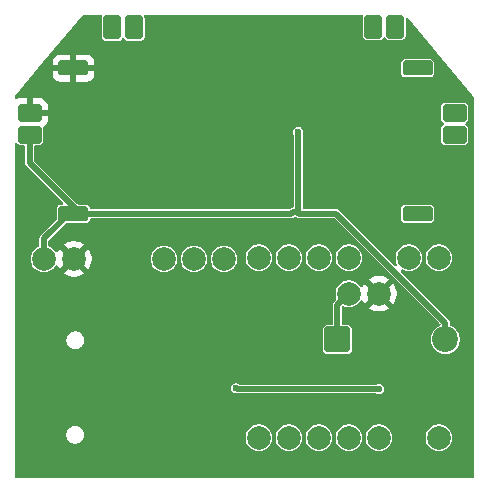
<source format=gtl>
G04 #@! TF.GenerationSoftware,KiCad,Pcbnew,9.0.5*
G04 #@! TF.CreationDate,2025-12-02T21:41:35+01:00*
G04 #@! TF.ProjectId,ToyBoard,546f7942-6f61-4726-942e-6b696361645f,rev?*
G04 #@! TF.SameCoordinates,Original*
G04 #@! TF.FileFunction,Copper,L1,Top*
G04 #@! TF.FilePolarity,Positive*
%FSLAX46Y46*%
G04 Gerber Fmt 4.6, Leading zero omitted, Abs format (unit mm)*
G04 Created by KiCad (PCBNEW 9.0.5) date 2025-12-02 21:41:35*
%MOMM*%
%LPD*%
G01*
G04 APERTURE LIST*
G04 Aperture macros list*
%AMRoundRect*
0 Rectangle with rounded corners*
0 $1 Rounding radius*
0 $2 $3 $4 $5 $6 $7 $8 $9 X,Y pos of 4 corners*
0 Add a 4 corners polygon primitive as box body*
4,1,4,$2,$3,$4,$5,$6,$7,$8,$9,$2,$3,0*
0 Add four circle primitives for the rounded corners*
1,1,$1+$1,$2,$3*
1,1,$1+$1,$4,$5*
1,1,$1+$1,$6,$7*
1,1,$1+$1,$8,$9*
0 Add four rect primitives between the rounded corners*
20,1,$1+$1,$2,$3,$4,$5,0*
20,1,$1+$1,$4,$5,$6,$7,0*
20,1,$1+$1,$6,$7,$8,$9,0*
20,1,$1+$1,$8,$9,$2,$3,0*%
G04 Aperture macros list end*
G04 #@! TA.AperFunction,ComponentPad*
%ADD10C,2.000000*%
G04 #@! TD*
G04 #@! TA.AperFunction,ComponentPad*
%ADD11RoundRect,0.190500X-1.079500X-0.444500X1.079500X-0.444500X1.079500X0.444500X-1.079500X0.444500X0*%
G04 #@! TD*
G04 #@! TA.AperFunction,ComponentPad*
%ADD12RoundRect,0.250000X0.750000X-0.500000X0.750000X0.500000X-0.750000X0.500000X-0.750000X-0.500000X0*%
G04 #@! TD*
G04 #@! TA.AperFunction,ComponentPad*
%ADD13RoundRect,0.250000X-0.500000X-0.750000X0.500000X-0.750000X0.500000X0.750000X-0.500000X0.750000X0*%
G04 #@! TD*
G04 #@! TA.AperFunction,ComponentPad*
%ADD14RoundRect,0.250000X0.500000X0.750000X-0.500000X0.750000X-0.500000X-0.750000X0.500000X-0.750000X0*%
G04 #@! TD*
G04 #@! TA.AperFunction,ComponentPad*
%ADD15RoundRect,0.249999X-0.850001X-0.850001X0.850001X-0.850001X0.850001X0.850001X-0.850001X0.850001X0*%
G04 #@! TD*
G04 #@! TA.AperFunction,ComponentPad*
%ADD16C,2.200000*%
G04 #@! TD*
G04 #@! TA.AperFunction,ViaPad*
%ADD17C,0.600000*%
G04 #@! TD*
G04 #@! TA.AperFunction,Conductor*
%ADD18C,0.500000*%
G04 #@! TD*
G04 APERTURE END LIST*
D10*
X145900000Y-117728000D03*
X148440000Y-117728000D03*
X138280000Y-114680000D03*
X140820000Y-114680000D03*
X143360000Y-114680000D03*
X145900000Y-114680000D03*
X150980000Y-114680000D03*
X138280000Y-129920000D03*
X140820000Y-129920000D03*
X143360000Y-129920000D03*
X145900000Y-129920000D03*
X148440000Y-129920000D03*
X153520000Y-129920000D03*
X153520000Y-114680000D03*
D11*
X122582000Y-110950000D03*
X122582000Y-98631000D03*
X151715800Y-110950000D03*
X151715800Y-98631000D03*
D12*
X154858000Y-104275000D03*
X154858000Y-102425000D03*
D13*
X149825000Y-95115000D03*
X147975000Y-95115000D03*
D14*
X125875000Y-95185000D03*
X127725000Y-95185000D03*
D12*
X118900500Y-104275000D03*
X118900500Y-102425000D03*
D15*
X144928000Y-121600000D03*
D16*
X154072000Y-121600000D03*
D10*
X120080000Y-114780000D03*
X122620000Y-114780000D03*
X130240000Y-114780000D03*
X132780000Y-114780000D03*
X135320000Y-114780000D03*
D17*
X148460682Y-125810682D03*
X136325000Y-125730000D03*
X141600000Y-104025000D03*
D18*
X144928000Y-118700000D02*
X144928000Y-121600000D01*
X136395000Y-125800000D02*
X148450000Y-125800000D01*
X136325000Y-125730000D02*
X136395000Y-125800000D01*
X154072000Y-120172000D02*
X154072000Y-121600000D01*
X144839000Y-110939000D02*
X154072000Y-120172000D01*
X141018000Y-110950000D02*
X122582000Y-110950000D01*
X141150000Y-110818000D02*
X141018000Y-110950000D01*
X141600000Y-110818000D02*
X141150000Y-110818000D01*
X148440000Y-125831364D02*
X148460682Y-125810682D01*
X141600000Y-110818000D02*
X141721000Y-110939000D01*
X141600000Y-104025000D02*
X141600000Y-110818000D01*
X144928000Y-118700000D02*
X145900000Y-117728000D01*
X140820000Y-129620000D02*
X140820000Y-129920000D01*
X152431000Y-98631000D02*
X151715800Y-98631000D01*
X153425000Y-114775000D02*
X153520000Y-114680000D01*
X140820000Y-129295000D02*
X140820000Y-129920000D01*
X143360000Y-129185000D02*
X143360000Y-129920000D01*
X132780000Y-114830000D02*
X132780000Y-114780000D01*
X130630000Y-114780000D02*
X130240000Y-114780000D01*
X138180000Y-114780000D02*
X138280000Y-114680000D01*
X138210000Y-129850000D02*
X138280000Y-129920000D01*
X150980000Y-114680000D02*
X150880000Y-114680000D01*
X141721000Y-110939000D02*
X144839000Y-110939000D01*
X120080000Y-114780000D02*
X120080000Y-113052000D01*
X118872000Y-104303500D02*
X118900500Y-104275000D01*
X120080000Y-113052000D02*
X122682000Y-110450000D01*
X122682000Y-110450000D02*
X118872000Y-106640000D01*
X118872000Y-106640000D02*
X118872000Y-104303500D01*
G04 #@! TA.AperFunction,Conductor*
G36*
X124986726Y-94120185D02*
G01*
X125032481Y-94172989D01*
X125042425Y-94242147D01*
X125031087Y-94278960D01*
X125008191Y-94325793D01*
X125008190Y-94325796D01*
X124997500Y-94399172D01*
X124997500Y-95970825D01*
X125008191Y-96044204D01*
X125063525Y-96157392D01*
X125152607Y-96246474D01*
X125152608Y-96246474D01*
X125152610Y-96246476D01*
X125265796Y-96301809D01*
X125339173Y-96312500D01*
X126410826Y-96312499D01*
X126484204Y-96301809D01*
X126597390Y-96246476D01*
X126686476Y-96157390D01*
X126688599Y-96153046D01*
X126735725Y-96101465D01*
X126803258Y-96083549D01*
X126869757Y-96104988D01*
X126911400Y-96153046D01*
X126913524Y-96157390D01*
X126913525Y-96157391D01*
X126913526Y-96157393D01*
X127002607Y-96246474D01*
X127002608Y-96246474D01*
X127002610Y-96246476D01*
X127115796Y-96301809D01*
X127189173Y-96312500D01*
X128260826Y-96312499D01*
X128334204Y-96301809D01*
X128447390Y-96246476D01*
X128536476Y-96157390D01*
X128591809Y-96044204D01*
X128602500Y-95970827D01*
X128602499Y-94399174D01*
X128591809Y-94325796D01*
X128568911Y-94278958D01*
X128557154Y-94210087D01*
X128584497Y-94145790D01*
X128642262Y-94106483D01*
X128680313Y-94100500D01*
X146988077Y-94100500D01*
X147055116Y-94120185D01*
X147100871Y-94172989D01*
X147110815Y-94242147D01*
X147109011Y-94250163D01*
X147097500Y-94329172D01*
X147097500Y-95900825D01*
X147108191Y-95974204D01*
X147163525Y-96087392D01*
X147252607Y-96176474D01*
X147252608Y-96176474D01*
X147252610Y-96176476D01*
X147365796Y-96231809D01*
X147439173Y-96242500D01*
X148510826Y-96242499D01*
X148584204Y-96231809D01*
X148697390Y-96176476D01*
X148786476Y-96087390D01*
X148788599Y-96083046D01*
X148835725Y-96031465D01*
X148903258Y-96013549D01*
X148969757Y-96034988D01*
X149011400Y-96083046D01*
X149013524Y-96087390D01*
X149013525Y-96087391D01*
X149013526Y-96087393D01*
X149102607Y-96176474D01*
X149102608Y-96176474D01*
X149102610Y-96176476D01*
X149215796Y-96231809D01*
X149289173Y-96242500D01*
X150360826Y-96242499D01*
X150434204Y-96231809D01*
X150547390Y-96176476D01*
X150636476Y-96087390D01*
X150691809Y-95974204D01*
X150702500Y-95900827D01*
X150702499Y-94465843D01*
X150722184Y-94398805D01*
X150774987Y-94353050D01*
X150844146Y-94343106D01*
X150907702Y-94372131D01*
X150921598Y-94386270D01*
X156340731Y-100863459D01*
X156442604Y-100985222D01*
X156470525Y-101049271D01*
X156471500Y-101064791D01*
X156471500Y-133233500D01*
X156451815Y-133300539D01*
X156399011Y-133346294D01*
X156347500Y-133357500D01*
X117724500Y-133357500D01*
X117657461Y-133337815D01*
X117611706Y-133285011D01*
X117600500Y-133233500D01*
X117600500Y-129737920D01*
X121983499Y-129737920D01*
X122012340Y-129882907D01*
X122012343Y-129882917D01*
X122068912Y-130019488D01*
X122068919Y-130019501D01*
X122151048Y-130142415D01*
X122151051Y-130142419D01*
X122255580Y-130246948D01*
X122255584Y-130246951D01*
X122378498Y-130329080D01*
X122378511Y-130329087D01*
X122515082Y-130385656D01*
X122515087Y-130385658D01*
X122515091Y-130385658D01*
X122515092Y-130385659D01*
X122660079Y-130414500D01*
X122660082Y-130414500D01*
X122807920Y-130414500D01*
X122905462Y-130395096D01*
X122952913Y-130385658D01*
X123089495Y-130329084D01*
X123212416Y-130246951D01*
X123316951Y-130142416D01*
X123399084Y-130019495D01*
X123455658Y-129882913D01*
X123465932Y-129831264D01*
X137152500Y-129831264D01*
X137152500Y-130008735D01*
X137180263Y-130184024D01*
X137180263Y-130184027D01*
X137235103Y-130352807D01*
X137315678Y-130510942D01*
X137419985Y-130654510D01*
X137419989Y-130654515D01*
X137545484Y-130780010D01*
X137545489Y-130780014D01*
X137670716Y-130870996D01*
X137689061Y-130884324D01*
X137847190Y-130964895D01*
X137847192Y-130964896D01*
X138015973Y-131019736D01*
X138015974Y-131019736D01*
X138015977Y-131019737D01*
X138191264Y-131047500D01*
X138191265Y-131047500D01*
X138368735Y-131047500D01*
X138368736Y-131047500D01*
X138544023Y-131019737D01*
X138544026Y-131019736D01*
X138544027Y-131019736D01*
X138712807Y-130964896D01*
X138712807Y-130964895D01*
X138712810Y-130964895D01*
X138870939Y-130884324D01*
X139014517Y-130780009D01*
X139140009Y-130654517D01*
X139244324Y-130510939D01*
X139324895Y-130352810D01*
X139379737Y-130184023D01*
X139407500Y-130008736D01*
X139407500Y-129831264D01*
X139692500Y-129831264D01*
X139692500Y-130008735D01*
X139720263Y-130184024D01*
X139720263Y-130184027D01*
X139775103Y-130352807D01*
X139855678Y-130510942D01*
X139959985Y-130654510D01*
X139959989Y-130654515D01*
X140085484Y-130780010D01*
X140085489Y-130780014D01*
X140210716Y-130870996D01*
X140229061Y-130884324D01*
X140387190Y-130964895D01*
X140387192Y-130964896D01*
X140555973Y-131019736D01*
X140555974Y-131019736D01*
X140555977Y-131019737D01*
X140731264Y-131047500D01*
X140731265Y-131047500D01*
X140908735Y-131047500D01*
X140908736Y-131047500D01*
X141084023Y-131019737D01*
X141084026Y-131019736D01*
X141084027Y-131019736D01*
X141252807Y-130964896D01*
X141252807Y-130964895D01*
X141252810Y-130964895D01*
X141410939Y-130884324D01*
X141554517Y-130780009D01*
X141680009Y-130654517D01*
X141784324Y-130510939D01*
X141864895Y-130352810D01*
X141919737Y-130184023D01*
X141947500Y-130008736D01*
X141947500Y-129831264D01*
X142232500Y-129831264D01*
X142232500Y-130008735D01*
X142260263Y-130184024D01*
X142260263Y-130184027D01*
X142315103Y-130352807D01*
X142395678Y-130510942D01*
X142499985Y-130654510D01*
X142499989Y-130654515D01*
X142625484Y-130780010D01*
X142625489Y-130780014D01*
X142750716Y-130870996D01*
X142769061Y-130884324D01*
X142927190Y-130964895D01*
X142927192Y-130964896D01*
X143095973Y-131019736D01*
X143095974Y-131019736D01*
X143095977Y-131019737D01*
X143271264Y-131047500D01*
X143271265Y-131047500D01*
X143448735Y-131047500D01*
X143448736Y-131047500D01*
X143624023Y-131019737D01*
X143624026Y-131019736D01*
X143624027Y-131019736D01*
X143792807Y-130964896D01*
X143792807Y-130964895D01*
X143792810Y-130964895D01*
X143950939Y-130884324D01*
X144094517Y-130780009D01*
X144220009Y-130654517D01*
X144324324Y-130510939D01*
X144404895Y-130352810D01*
X144459737Y-130184023D01*
X144487500Y-130008736D01*
X144487500Y-129831264D01*
X144772500Y-129831264D01*
X144772500Y-130008735D01*
X144800263Y-130184024D01*
X144800263Y-130184027D01*
X144855103Y-130352807D01*
X144935678Y-130510942D01*
X145039985Y-130654510D01*
X145039989Y-130654515D01*
X145165484Y-130780010D01*
X145165489Y-130780014D01*
X145290716Y-130870996D01*
X145309061Y-130884324D01*
X145467190Y-130964895D01*
X145467192Y-130964896D01*
X145635973Y-131019736D01*
X145635974Y-131019736D01*
X145635977Y-131019737D01*
X145811264Y-131047500D01*
X145811265Y-131047500D01*
X145988735Y-131047500D01*
X145988736Y-131047500D01*
X146164023Y-131019737D01*
X146164026Y-131019736D01*
X146164027Y-131019736D01*
X146332807Y-130964896D01*
X146332807Y-130964895D01*
X146332810Y-130964895D01*
X146490939Y-130884324D01*
X146634517Y-130780009D01*
X146760009Y-130654517D01*
X146864324Y-130510939D01*
X146944895Y-130352810D01*
X146999737Y-130184023D01*
X147027500Y-130008736D01*
X147027500Y-129831264D01*
X147312500Y-129831264D01*
X147312500Y-130008735D01*
X147340263Y-130184024D01*
X147340263Y-130184027D01*
X147395103Y-130352807D01*
X147475678Y-130510942D01*
X147579985Y-130654510D01*
X147579989Y-130654515D01*
X147705484Y-130780010D01*
X147705489Y-130780014D01*
X147830716Y-130870996D01*
X147849061Y-130884324D01*
X148007190Y-130964895D01*
X148007192Y-130964896D01*
X148175973Y-131019736D01*
X148175974Y-131019736D01*
X148175977Y-131019737D01*
X148351264Y-131047500D01*
X148351265Y-131047500D01*
X148528735Y-131047500D01*
X148528736Y-131047500D01*
X148704023Y-131019737D01*
X148704026Y-131019736D01*
X148704027Y-131019736D01*
X148872807Y-130964896D01*
X148872807Y-130964895D01*
X148872810Y-130964895D01*
X149030939Y-130884324D01*
X149174517Y-130780009D01*
X149300009Y-130654517D01*
X149404324Y-130510939D01*
X149484895Y-130352810D01*
X149539737Y-130184023D01*
X149567500Y-130008736D01*
X149567500Y-129831264D01*
X152392500Y-129831264D01*
X152392500Y-130008735D01*
X152420263Y-130184024D01*
X152420263Y-130184027D01*
X152475103Y-130352807D01*
X152555678Y-130510942D01*
X152659985Y-130654510D01*
X152659989Y-130654515D01*
X152785484Y-130780010D01*
X152785489Y-130780014D01*
X152910716Y-130870996D01*
X152929061Y-130884324D01*
X153087190Y-130964895D01*
X153087192Y-130964896D01*
X153255973Y-131019736D01*
X153255974Y-131019736D01*
X153255977Y-131019737D01*
X153431264Y-131047500D01*
X153431265Y-131047500D01*
X153608735Y-131047500D01*
X153608736Y-131047500D01*
X153784023Y-131019737D01*
X153784026Y-131019736D01*
X153784027Y-131019736D01*
X153952807Y-130964896D01*
X153952807Y-130964895D01*
X153952810Y-130964895D01*
X154110939Y-130884324D01*
X154254517Y-130780009D01*
X154380009Y-130654517D01*
X154484324Y-130510939D01*
X154564895Y-130352810D01*
X154619737Y-130184023D01*
X154647500Y-130008736D01*
X154647500Y-129831264D01*
X154619737Y-129655977D01*
X154619736Y-129655973D01*
X154619736Y-129655972D01*
X154564896Y-129487192D01*
X154543440Y-129445082D01*
X154484324Y-129329061D01*
X154469384Y-129308498D01*
X154380014Y-129185489D01*
X154380010Y-129185484D01*
X154254515Y-129059989D01*
X154254510Y-129059985D01*
X154110942Y-128955678D01*
X154110941Y-128955677D01*
X154110939Y-128955676D01*
X154028164Y-128913500D01*
X153952807Y-128875103D01*
X153784026Y-128820263D01*
X153652557Y-128799440D01*
X153608736Y-128792500D01*
X153431264Y-128792500D01*
X153372835Y-128801754D01*
X153255975Y-128820263D01*
X153255972Y-128820263D01*
X153087192Y-128875103D01*
X152929057Y-128955678D01*
X152785489Y-129059985D01*
X152785484Y-129059989D01*
X152659989Y-129185484D01*
X152659985Y-129185489D01*
X152555678Y-129329057D01*
X152475103Y-129487192D01*
X152420263Y-129655972D01*
X152420263Y-129655975D01*
X152392500Y-129831264D01*
X149567500Y-129831264D01*
X149539737Y-129655977D01*
X149539736Y-129655973D01*
X149539736Y-129655972D01*
X149484896Y-129487192D01*
X149463440Y-129445082D01*
X149404324Y-129329061D01*
X149389384Y-129308498D01*
X149300014Y-129185489D01*
X149300010Y-129185484D01*
X149174515Y-129059989D01*
X149174510Y-129059985D01*
X149030942Y-128955678D01*
X149030941Y-128955677D01*
X149030939Y-128955676D01*
X148948164Y-128913500D01*
X148872807Y-128875103D01*
X148704026Y-128820263D01*
X148572557Y-128799440D01*
X148528736Y-128792500D01*
X148351264Y-128792500D01*
X148292835Y-128801754D01*
X148175975Y-128820263D01*
X148175972Y-128820263D01*
X148007192Y-128875103D01*
X147849057Y-128955678D01*
X147705489Y-129059985D01*
X147705484Y-129059989D01*
X147579989Y-129185484D01*
X147579985Y-129185489D01*
X147475678Y-129329057D01*
X147395103Y-129487192D01*
X147340263Y-129655972D01*
X147340263Y-129655975D01*
X147312500Y-129831264D01*
X147027500Y-129831264D01*
X146999737Y-129655977D01*
X146999736Y-129655973D01*
X146999736Y-129655972D01*
X146944896Y-129487192D01*
X146923440Y-129445082D01*
X146864324Y-129329061D01*
X146849384Y-129308498D01*
X146760014Y-129185489D01*
X146760010Y-129185484D01*
X146634515Y-129059989D01*
X146634510Y-129059985D01*
X146490942Y-128955678D01*
X146490941Y-128955677D01*
X146490939Y-128955676D01*
X146408164Y-128913500D01*
X146332807Y-128875103D01*
X146164026Y-128820263D01*
X146032557Y-128799440D01*
X145988736Y-128792500D01*
X145811264Y-128792500D01*
X145752835Y-128801754D01*
X145635975Y-128820263D01*
X145635972Y-128820263D01*
X145467192Y-128875103D01*
X145309057Y-128955678D01*
X145165489Y-129059985D01*
X145165484Y-129059989D01*
X145039989Y-129185484D01*
X145039985Y-129185489D01*
X144935678Y-129329057D01*
X144855103Y-129487192D01*
X144800263Y-129655972D01*
X144800263Y-129655975D01*
X144772500Y-129831264D01*
X144487500Y-129831264D01*
X144459737Y-129655977D01*
X144459736Y-129655973D01*
X144459736Y-129655972D01*
X144404896Y-129487192D01*
X144383440Y-129445082D01*
X144324324Y-129329061D01*
X144309384Y-129308498D01*
X144220014Y-129185489D01*
X144220010Y-129185484D01*
X144094515Y-129059989D01*
X144094510Y-129059985D01*
X143950942Y-128955678D01*
X143950941Y-128955677D01*
X143950939Y-128955676D01*
X143868164Y-128913500D01*
X143792807Y-128875103D01*
X143624026Y-128820263D01*
X143492557Y-128799440D01*
X143448736Y-128792500D01*
X143271264Y-128792500D01*
X143212835Y-128801754D01*
X143095975Y-128820263D01*
X143095972Y-128820263D01*
X142927192Y-128875103D01*
X142769057Y-128955678D01*
X142625489Y-129059985D01*
X142625484Y-129059989D01*
X142499989Y-129185484D01*
X142499985Y-129185489D01*
X142395678Y-129329057D01*
X142315103Y-129487192D01*
X142260263Y-129655972D01*
X142260263Y-129655975D01*
X142232500Y-129831264D01*
X141947500Y-129831264D01*
X141919737Y-129655977D01*
X141919736Y-129655973D01*
X141919736Y-129655972D01*
X141864896Y-129487192D01*
X141843440Y-129445082D01*
X141784324Y-129329061D01*
X141769384Y-129308498D01*
X141680014Y-129185489D01*
X141680010Y-129185484D01*
X141554515Y-129059989D01*
X141554510Y-129059985D01*
X141410942Y-128955678D01*
X141410941Y-128955677D01*
X141410939Y-128955676D01*
X141328164Y-128913500D01*
X141252807Y-128875103D01*
X141084026Y-128820263D01*
X140952557Y-128799440D01*
X140908736Y-128792500D01*
X140731264Y-128792500D01*
X140672835Y-128801754D01*
X140555975Y-128820263D01*
X140555972Y-128820263D01*
X140387192Y-128875103D01*
X140229057Y-128955678D01*
X140085489Y-129059985D01*
X140085484Y-129059989D01*
X139959989Y-129185484D01*
X139959985Y-129185489D01*
X139855678Y-129329057D01*
X139775103Y-129487192D01*
X139720263Y-129655972D01*
X139720263Y-129655975D01*
X139692500Y-129831264D01*
X139407500Y-129831264D01*
X139379737Y-129655977D01*
X139379736Y-129655973D01*
X139379736Y-129655972D01*
X139324896Y-129487192D01*
X139303440Y-129445082D01*
X139244324Y-129329061D01*
X139229384Y-129308498D01*
X139140014Y-129185489D01*
X139140010Y-129185484D01*
X139014515Y-129059989D01*
X139014510Y-129059985D01*
X138870942Y-128955678D01*
X138870941Y-128955677D01*
X138870939Y-128955676D01*
X138788164Y-128913500D01*
X138712807Y-128875103D01*
X138544026Y-128820263D01*
X138412557Y-128799440D01*
X138368736Y-128792500D01*
X138191264Y-128792500D01*
X138132835Y-128801754D01*
X138015975Y-128820263D01*
X138015972Y-128820263D01*
X137847192Y-128875103D01*
X137689057Y-128955678D01*
X137545489Y-129059985D01*
X137545484Y-129059989D01*
X137419989Y-129185484D01*
X137419985Y-129185489D01*
X137315678Y-129329057D01*
X137235103Y-129487192D01*
X137180263Y-129655972D01*
X137180263Y-129655975D01*
X137152500Y-129831264D01*
X123465932Y-129831264D01*
X123471714Y-129802200D01*
X123471714Y-129802199D01*
X123484499Y-129737922D01*
X123484500Y-129737920D01*
X123484500Y-129590079D01*
X123455659Y-129445092D01*
X123455658Y-129445091D01*
X123455658Y-129445087D01*
X123407597Y-129329057D01*
X123399087Y-129308511D01*
X123399080Y-129308498D01*
X123316951Y-129185584D01*
X123316948Y-129185580D01*
X123212419Y-129081051D01*
X123212415Y-129081048D01*
X123089501Y-128998919D01*
X123089488Y-128998912D01*
X122952917Y-128942343D01*
X122952907Y-128942340D01*
X122807920Y-128913500D01*
X122807918Y-128913500D01*
X122660082Y-128913500D01*
X122660080Y-128913500D01*
X122515092Y-128942340D01*
X122515082Y-128942343D01*
X122378511Y-128998912D01*
X122378498Y-128998919D01*
X122255584Y-129081048D01*
X122255580Y-129081051D01*
X122151051Y-129185580D01*
X122151048Y-129185584D01*
X122068919Y-129308498D01*
X122068912Y-129308511D01*
X122012343Y-129445082D01*
X122012340Y-129445092D01*
X121983500Y-129590079D01*
X121983500Y-129590082D01*
X121983500Y-129737918D01*
X121983500Y-129737920D01*
X121983499Y-129737920D01*
X117600500Y-129737920D01*
X117600500Y-125673719D01*
X135897500Y-125673719D01*
X135897500Y-125786280D01*
X135926633Y-125895010D01*
X135954774Y-125943750D01*
X135982915Y-125992491D01*
X136062509Y-126072085D01*
X136159991Y-126128367D01*
X136268719Y-126157500D01*
X136268721Y-126157500D01*
X136272852Y-126158607D01*
X136280367Y-126160101D01*
X136345301Y-126177500D01*
X136444699Y-126177500D01*
X148207803Y-126177500D01*
X148269804Y-126194114D01*
X148295667Y-126209046D01*
X148295669Y-126209047D01*
X148295670Y-126209047D01*
X148295673Y-126209049D01*
X148404401Y-126238182D01*
X148404403Y-126238182D01*
X148516961Y-126238182D01*
X148516963Y-126238182D01*
X148625691Y-126209049D01*
X148723173Y-126152767D01*
X148802767Y-126073173D01*
X148859049Y-125975691D01*
X148888182Y-125866963D01*
X148888182Y-125754401D01*
X148859049Y-125645673D01*
X148802767Y-125548191D01*
X148723173Y-125468597D01*
X148643332Y-125422500D01*
X148625692Y-125412315D01*
X148552881Y-125392806D01*
X148516963Y-125383182D01*
X148404401Y-125383182D01*
X148331129Y-125402815D01*
X148295666Y-125412317D01*
X148293868Y-125413062D01*
X148290058Y-125413819D01*
X148287822Y-125414419D01*
X148287782Y-125414272D01*
X148246419Y-125422500D01*
X136673438Y-125422500D01*
X136606399Y-125402815D01*
X136593979Y-125392806D01*
X136593937Y-125392862D01*
X136587493Y-125387917D01*
X136587491Y-125387915D01*
X136538750Y-125359774D01*
X136490010Y-125331633D01*
X136435645Y-125317066D01*
X136381281Y-125302500D01*
X136268719Y-125302500D01*
X136159989Y-125331633D01*
X136062509Y-125387915D01*
X136062506Y-125387917D01*
X135982917Y-125467506D01*
X135982915Y-125467509D01*
X135926633Y-125564989D01*
X135897500Y-125673719D01*
X117600500Y-125673719D01*
X117600500Y-121737920D01*
X121983499Y-121737920D01*
X122012340Y-121882907D01*
X122012343Y-121882917D01*
X122068912Y-122019488D01*
X122068919Y-122019501D01*
X122151048Y-122142415D01*
X122151051Y-122142419D01*
X122255580Y-122246948D01*
X122255584Y-122246951D01*
X122378498Y-122329080D01*
X122378511Y-122329087D01*
X122515082Y-122385656D01*
X122515087Y-122385658D01*
X122515091Y-122385658D01*
X122515092Y-122385659D01*
X122660079Y-122414500D01*
X122660082Y-122414500D01*
X122807920Y-122414500D01*
X122905462Y-122395096D01*
X122952913Y-122385658D01*
X123089495Y-122329084D01*
X123212416Y-122246951D01*
X123316951Y-122142416D01*
X123399084Y-122019495D01*
X123455658Y-121882913D01*
X123484500Y-121737918D01*
X123484500Y-121590082D01*
X123484500Y-121590079D01*
X123455659Y-121445092D01*
X123455658Y-121445091D01*
X123455658Y-121445087D01*
X123400763Y-121312558D01*
X123399087Y-121308511D01*
X123399080Y-121308498D01*
X123316951Y-121185584D01*
X123316948Y-121185580D01*
X123212419Y-121081051D01*
X123212415Y-121081048D01*
X123089501Y-120998919D01*
X123089488Y-120998912D01*
X122952917Y-120942343D01*
X122952907Y-120942340D01*
X122807920Y-120913500D01*
X122807918Y-120913500D01*
X122660082Y-120913500D01*
X122660080Y-120913500D01*
X122515092Y-120942340D01*
X122515082Y-120942343D01*
X122378511Y-120998912D01*
X122378498Y-120998919D01*
X122255584Y-121081048D01*
X122255580Y-121081051D01*
X122151051Y-121185580D01*
X122151048Y-121185584D01*
X122068919Y-121308498D01*
X122068912Y-121308511D01*
X122012343Y-121445082D01*
X122012340Y-121445092D01*
X121983500Y-121590079D01*
X121983500Y-121590082D01*
X121983500Y-121737918D01*
X121983500Y-121737920D01*
X121983499Y-121737920D01*
X117600500Y-121737920D01*
X117600500Y-120714171D01*
X143700500Y-120714171D01*
X143700500Y-122485828D01*
X143711190Y-122559204D01*
X143766524Y-122672391D01*
X143855608Y-122761475D01*
X143968795Y-122816809D01*
X144042171Y-122827500D01*
X144042172Y-122827500D01*
X145813829Y-122827500D01*
X145850516Y-122822154D01*
X145887205Y-122816809D01*
X146000390Y-122761476D01*
X146089476Y-122672390D01*
X146144809Y-122559205D01*
X146155500Y-122485828D01*
X146155500Y-120714172D01*
X146144809Y-120640795D01*
X146089476Y-120527610D01*
X146089475Y-120527609D01*
X146089475Y-120527608D01*
X146000391Y-120438524D01*
X145887204Y-120383190D01*
X145813829Y-120372500D01*
X145813828Y-120372500D01*
X145429500Y-120372500D01*
X145362461Y-120352815D01*
X145316706Y-120300011D01*
X145305500Y-120248500D01*
X145305500Y-118907727D01*
X145314142Y-118878295D01*
X145320665Y-118848304D01*
X145324422Y-118843283D01*
X145325185Y-118840688D01*
X145341812Y-118820052D01*
X145354420Y-118807444D01*
X145415739Y-118773959D01*
X145480417Y-118777192D01*
X145597689Y-118815296D01*
X145635976Y-118827737D01*
X145717746Y-118840688D01*
X145811264Y-118855500D01*
X145811265Y-118855500D01*
X145988735Y-118855500D01*
X145988736Y-118855500D01*
X146164023Y-118827737D01*
X146164026Y-118827736D01*
X146164027Y-118827736D01*
X146294116Y-118785468D01*
X146332807Y-118772896D01*
X146332807Y-118772895D01*
X146332810Y-118772895D01*
X146490939Y-118692324D01*
X146634517Y-118588009D01*
X146760009Y-118462517D01*
X146858997Y-118326269D01*
X146914325Y-118283606D01*
X146983938Y-118277627D01*
X147045734Y-118310232D01*
X147069799Y-118342862D01*
X147157087Y-118514174D01*
X147217338Y-118597104D01*
X147217340Y-118597105D01*
X148018274Y-117796171D01*
X148043963Y-117892044D01*
X148099916Y-117988956D01*
X148179044Y-118068084D01*
X148275956Y-118124037D01*
X148371828Y-118149725D01*
X147570893Y-118950658D01*
X147653828Y-119010914D01*
X147864197Y-119118102D01*
X148088752Y-119191065D01*
X148088751Y-119191065D01*
X148321948Y-119228000D01*
X148558052Y-119228000D01*
X148791247Y-119191065D01*
X149015802Y-119118102D01*
X149226163Y-119010918D01*
X149226169Y-119010914D01*
X149309104Y-118950658D01*
X149309105Y-118950658D01*
X148508171Y-118149725D01*
X148604044Y-118124037D01*
X148700956Y-118068084D01*
X148780084Y-117988956D01*
X148836037Y-117892044D01*
X148861725Y-117796172D01*
X149662658Y-118597105D01*
X149662658Y-118597104D01*
X149722914Y-118514169D01*
X149722918Y-118514163D01*
X149830102Y-118303802D01*
X149903065Y-118079247D01*
X149940000Y-117846052D01*
X149940000Y-117609947D01*
X149903065Y-117376752D01*
X149830102Y-117152197D01*
X149722914Y-116941828D01*
X149662658Y-116858894D01*
X149662658Y-116858893D01*
X148861725Y-117659827D01*
X148836037Y-117563956D01*
X148780084Y-117467044D01*
X148700956Y-117387916D01*
X148604044Y-117331963D01*
X148508172Y-117306274D01*
X149309105Y-116505340D01*
X149309104Y-116505338D01*
X149226174Y-116445087D01*
X149015802Y-116337897D01*
X148791247Y-116264934D01*
X148791248Y-116264934D01*
X148558052Y-116228000D01*
X148321948Y-116228000D01*
X148088752Y-116264934D01*
X147864197Y-116337897D01*
X147653830Y-116445084D01*
X147570894Y-116505340D01*
X148371828Y-117306274D01*
X148275956Y-117331963D01*
X148179044Y-117387916D01*
X148099916Y-117467044D01*
X148043963Y-117563956D01*
X148018274Y-117659828D01*
X147217340Y-116858894D01*
X147157084Y-116941830D01*
X147069799Y-117113137D01*
X147021824Y-117163933D01*
X146954003Y-117180728D01*
X146887868Y-117158190D01*
X146858996Y-117129727D01*
X146760014Y-116993488D01*
X146634515Y-116867989D01*
X146634510Y-116867985D01*
X146490942Y-116763678D01*
X146490941Y-116763677D01*
X146490939Y-116763676D01*
X146411874Y-116723390D01*
X146332807Y-116683103D01*
X146294110Y-116670530D01*
X146164026Y-116628263D01*
X146032557Y-116607440D01*
X145988736Y-116600500D01*
X145811264Y-116600500D01*
X145752835Y-116609754D01*
X145635975Y-116628263D01*
X145635972Y-116628263D01*
X145467192Y-116683103D01*
X145309057Y-116763678D01*
X145165489Y-116867985D01*
X145165484Y-116867989D01*
X145039989Y-116993484D01*
X145039985Y-116993489D01*
X144935678Y-117137057D01*
X144855103Y-117295192D01*
X144800263Y-117463972D01*
X144800263Y-117463975D01*
X144772500Y-117639264D01*
X144772500Y-117816735D01*
X144800263Y-117992024D01*
X144800263Y-117992027D01*
X144850805Y-118147579D01*
X144852800Y-118217420D01*
X144820556Y-118273578D01*
X144625925Y-118468210D01*
X144576225Y-118554291D01*
X144576225Y-118554294D01*
X144550500Y-118650301D01*
X144550500Y-120248500D01*
X144530815Y-120315539D01*
X144478011Y-120361294D01*
X144426500Y-120372500D01*
X144042171Y-120372500D01*
X143968795Y-120383190D01*
X143855608Y-120438524D01*
X143766524Y-120527608D01*
X143711190Y-120640795D01*
X143700500Y-120714171D01*
X117600500Y-120714171D01*
X117600500Y-105045461D01*
X117620185Y-104978422D01*
X117672989Y-104932667D01*
X117742147Y-104922723D01*
X117805703Y-104951748D01*
X117835901Y-104991002D01*
X117839024Y-104997391D01*
X117928107Y-105086474D01*
X117928108Y-105086474D01*
X117928110Y-105086476D01*
X118041296Y-105141809D01*
X118114673Y-105152500D01*
X118370501Y-105152499D01*
X118437539Y-105172183D01*
X118483294Y-105224987D01*
X118494500Y-105276499D01*
X118494500Y-106590301D01*
X118494500Y-106689699D01*
X118520226Y-106785710D01*
X118569925Y-106871790D01*
X118569927Y-106871792D01*
X121673953Y-109975819D01*
X121707438Y-110037142D01*
X121702454Y-110106834D01*
X121660582Y-110162767D01*
X121595118Y-110187184D01*
X121586272Y-110187500D01*
X121465236Y-110187500D01*
X121465230Y-110187500D01*
X121465226Y-110187501D01*
X121418927Y-110193596D01*
X121317288Y-110240991D01*
X121237991Y-110320288D01*
X121190596Y-110421927D01*
X121184501Y-110468226D01*
X121184500Y-110468236D01*
X121184500Y-111362272D01*
X121164815Y-111429311D01*
X121148181Y-111449953D01*
X119777927Y-112820207D01*
X119777925Y-112820210D01*
X119728225Y-112906291D01*
X119728225Y-112906294D01*
X119702500Y-113002301D01*
X119702500Y-113630936D01*
X119682815Y-113697975D01*
X119634796Y-113741420D01*
X119572186Y-113773321D01*
X119489056Y-113815678D01*
X119345489Y-113919985D01*
X119345484Y-113919989D01*
X119219989Y-114045484D01*
X119219985Y-114045489D01*
X119115678Y-114189057D01*
X119035103Y-114347192D01*
X118980263Y-114515972D01*
X118980263Y-114515975D01*
X118952500Y-114691264D01*
X118952500Y-114868735D01*
X118980263Y-115044024D01*
X118980263Y-115044027D01*
X119035103Y-115212807D01*
X119035105Y-115212810D01*
X119107963Y-115355802D01*
X119115678Y-115370942D01*
X119219985Y-115514510D01*
X119219989Y-115514515D01*
X119345484Y-115640010D01*
X119345489Y-115640014D01*
X119470716Y-115730996D01*
X119489061Y-115744324D01*
X119647190Y-115824895D01*
X119647192Y-115824896D01*
X119815973Y-115879736D01*
X119815974Y-115879736D01*
X119815977Y-115879737D01*
X119991264Y-115907500D01*
X119991265Y-115907500D01*
X120168735Y-115907500D01*
X120168736Y-115907500D01*
X120344023Y-115879737D01*
X120344026Y-115879736D01*
X120344027Y-115879736D01*
X120474116Y-115837468D01*
X120512807Y-115824896D01*
X120512807Y-115824895D01*
X120512810Y-115824895D01*
X120670939Y-115744324D01*
X120814517Y-115640009D01*
X120940009Y-115514517D01*
X121038997Y-115378269D01*
X121094325Y-115335606D01*
X121163938Y-115329627D01*
X121225734Y-115362232D01*
X121249799Y-115394862D01*
X121337087Y-115566174D01*
X121397338Y-115649104D01*
X121397340Y-115649105D01*
X122198274Y-114848171D01*
X122223963Y-114944044D01*
X122279916Y-115040956D01*
X122359044Y-115120084D01*
X122455956Y-115176037D01*
X122551828Y-115201725D01*
X121750893Y-116002658D01*
X121833828Y-116062914D01*
X122044197Y-116170102D01*
X122268752Y-116243065D01*
X122268751Y-116243065D01*
X122501948Y-116280000D01*
X122738052Y-116280000D01*
X122971247Y-116243065D01*
X123195802Y-116170102D01*
X123406163Y-116062918D01*
X123406169Y-116062914D01*
X123489104Y-116002658D01*
X123489105Y-116002658D01*
X122688171Y-115201725D01*
X122784044Y-115176037D01*
X122880956Y-115120084D01*
X122960084Y-115040956D01*
X123016037Y-114944044D01*
X123041725Y-114848171D01*
X123842658Y-115649105D01*
X123842658Y-115649104D01*
X123902914Y-115566169D01*
X123902918Y-115566163D01*
X124010102Y-115355802D01*
X124083065Y-115131247D01*
X124120000Y-114898052D01*
X124120000Y-114691264D01*
X129112500Y-114691264D01*
X129112500Y-114868735D01*
X129140263Y-115044024D01*
X129140263Y-115044027D01*
X129195103Y-115212807D01*
X129195105Y-115212810D01*
X129267963Y-115355802D01*
X129275678Y-115370942D01*
X129379985Y-115514510D01*
X129379989Y-115514515D01*
X129505484Y-115640010D01*
X129505489Y-115640014D01*
X129630716Y-115730996D01*
X129649061Y-115744324D01*
X129807190Y-115824895D01*
X129807192Y-115824896D01*
X129975973Y-115879736D01*
X129975974Y-115879736D01*
X129975977Y-115879737D01*
X130151264Y-115907500D01*
X130151265Y-115907500D01*
X130328735Y-115907500D01*
X130328736Y-115907500D01*
X130504023Y-115879737D01*
X130504026Y-115879736D01*
X130504027Y-115879736D01*
X130672807Y-115824896D01*
X130672807Y-115824895D01*
X130672810Y-115824895D01*
X130830939Y-115744324D01*
X130974517Y-115640009D01*
X131100009Y-115514517D01*
X131204324Y-115370939D01*
X131284895Y-115212810D01*
X131311396Y-115131247D01*
X131339736Y-115044027D01*
X131339736Y-115044026D01*
X131339737Y-115044023D01*
X131367500Y-114868736D01*
X131367500Y-114691264D01*
X131652500Y-114691264D01*
X131652500Y-114868735D01*
X131680263Y-115044024D01*
X131680263Y-115044027D01*
X131735103Y-115212807D01*
X131735105Y-115212810D01*
X131807963Y-115355802D01*
X131815678Y-115370942D01*
X131919985Y-115514510D01*
X131919989Y-115514515D01*
X132045484Y-115640010D01*
X132045489Y-115640014D01*
X132170716Y-115730996D01*
X132189061Y-115744324D01*
X132347190Y-115824895D01*
X132347192Y-115824896D01*
X132515973Y-115879736D01*
X132515974Y-115879736D01*
X132515977Y-115879737D01*
X132691264Y-115907500D01*
X132691265Y-115907500D01*
X132868735Y-115907500D01*
X132868736Y-115907500D01*
X133044023Y-115879737D01*
X133044026Y-115879736D01*
X133044027Y-115879736D01*
X133212807Y-115824896D01*
X133212807Y-115824895D01*
X133212810Y-115824895D01*
X133370939Y-115744324D01*
X133514517Y-115640009D01*
X133640009Y-115514517D01*
X133744324Y-115370939D01*
X133824895Y-115212810D01*
X133851396Y-115131247D01*
X133879736Y-115044027D01*
X133879736Y-115044026D01*
X133879737Y-115044023D01*
X133907500Y-114868736D01*
X133907500Y-114691264D01*
X134192500Y-114691264D01*
X134192500Y-114868735D01*
X134220263Y-115044024D01*
X134220263Y-115044027D01*
X134275103Y-115212807D01*
X134275105Y-115212810D01*
X134347963Y-115355802D01*
X134355678Y-115370942D01*
X134459985Y-115514510D01*
X134459989Y-115514515D01*
X134585484Y-115640010D01*
X134585489Y-115640014D01*
X134710716Y-115730996D01*
X134729061Y-115744324D01*
X134887190Y-115824895D01*
X134887192Y-115824896D01*
X135055973Y-115879736D01*
X135055974Y-115879736D01*
X135055977Y-115879737D01*
X135231264Y-115907500D01*
X135231265Y-115907500D01*
X135408735Y-115907500D01*
X135408736Y-115907500D01*
X135584023Y-115879737D01*
X135584026Y-115879736D01*
X135584027Y-115879736D01*
X135752807Y-115824896D01*
X135752807Y-115824895D01*
X135752810Y-115824895D01*
X135910939Y-115744324D01*
X136054517Y-115640009D01*
X136180009Y-115514517D01*
X136284324Y-115370939D01*
X136364895Y-115212810D01*
X136391396Y-115131247D01*
X136419736Y-115044027D01*
X136419736Y-115044026D01*
X136419737Y-115044023D01*
X136447500Y-114868736D01*
X136447500Y-114691264D01*
X136431661Y-114591264D01*
X137152500Y-114591264D01*
X137152500Y-114768735D01*
X137180263Y-114944024D01*
X137180263Y-114944027D01*
X137235103Y-115112807D01*
X137315678Y-115270942D01*
X137419985Y-115414510D01*
X137419989Y-115414515D01*
X137545484Y-115540010D01*
X137545489Y-115540014D01*
X137581489Y-115566169D01*
X137689061Y-115644324D01*
X137847186Y-115724893D01*
X137847192Y-115724896D01*
X138015973Y-115779736D01*
X138015974Y-115779736D01*
X138015977Y-115779737D01*
X138191264Y-115807500D01*
X138191265Y-115807500D01*
X138368735Y-115807500D01*
X138368736Y-115807500D01*
X138544023Y-115779737D01*
X138544026Y-115779736D01*
X138544027Y-115779736D01*
X138712807Y-115724896D01*
X138712807Y-115724895D01*
X138712810Y-115724895D01*
X138870939Y-115644324D01*
X139014517Y-115540009D01*
X139140009Y-115414517D01*
X139244324Y-115270939D01*
X139324895Y-115112810D01*
X139379737Y-114944023D01*
X139407500Y-114768736D01*
X139407500Y-114591264D01*
X139692500Y-114591264D01*
X139692500Y-114768735D01*
X139720263Y-114944024D01*
X139720263Y-114944027D01*
X139775103Y-115112807D01*
X139855678Y-115270942D01*
X139959985Y-115414510D01*
X139959989Y-115414515D01*
X140085484Y-115540010D01*
X140085489Y-115540014D01*
X140121489Y-115566169D01*
X140229061Y-115644324D01*
X140387186Y-115724893D01*
X140387192Y-115724896D01*
X140555973Y-115779736D01*
X140555974Y-115779736D01*
X140555977Y-115779737D01*
X140731264Y-115807500D01*
X140731265Y-115807500D01*
X140908735Y-115807500D01*
X140908736Y-115807500D01*
X141084023Y-115779737D01*
X141084026Y-115779736D01*
X141084027Y-115779736D01*
X141252807Y-115724896D01*
X141252807Y-115724895D01*
X141252810Y-115724895D01*
X141410939Y-115644324D01*
X141554517Y-115540009D01*
X141680009Y-115414517D01*
X141784324Y-115270939D01*
X141864895Y-115112810D01*
X141919737Y-114944023D01*
X141947500Y-114768736D01*
X141947500Y-114591264D01*
X142232500Y-114591264D01*
X142232500Y-114768735D01*
X142260263Y-114944024D01*
X142260263Y-114944027D01*
X142315103Y-115112807D01*
X142395678Y-115270942D01*
X142499985Y-115414510D01*
X142499989Y-115414515D01*
X142625484Y-115540010D01*
X142625489Y-115540014D01*
X142661489Y-115566169D01*
X142769061Y-115644324D01*
X142927186Y-115724893D01*
X142927192Y-115724896D01*
X143095973Y-115779736D01*
X143095974Y-115779736D01*
X143095977Y-115779737D01*
X143271264Y-115807500D01*
X143271265Y-115807500D01*
X143448735Y-115807500D01*
X143448736Y-115807500D01*
X143624023Y-115779737D01*
X143624026Y-115779736D01*
X143624027Y-115779736D01*
X143792807Y-115724896D01*
X143792807Y-115724895D01*
X143792810Y-115724895D01*
X143950939Y-115644324D01*
X144094517Y-115540009D01*
X144220009Y-115414517D01*
X144324324Y-115270939D01*
X144404895Y-115112810D01*
X144459737Y-114944023D01*
X144487500Y-114768736D01*
X144487500Y-114591264D01*
X144772500Y-114591264D01*
X144772500Y-114768735D01*
X144800263Y-114944024D01*
X144800263Y-114944027D01*
X144855103Y-115112807D01*
X144935678Y-115270942D01*
X145039985Y-115414510D01*
X145039989Y-115414515D01*
X145165484Y-115540010D01*
X145165489Y-115540014D01*
X145201489Y-115566169D01*
X145309061Y-115644324D01*
X145467186Y-115724893D01*
X145467192Y-115724896D01*
X145635973Y-115779736D01*
X145635974Y-115779736D01*
X145635977Y-115779737D01*
X145811264Y-115807500D01*
X145811265Y-115807500D01*
X145988735Y-115807500D01*
X145988736Y-115807500D01*
X146164023Y-115779737D01*
X146164026Y-115779736D01*
X146164027Y-115779736D01*
X146332807Y-115724896D01*
X146332807Y-115724895D01*
X146332810Y-115724895D01*
X146490939Y-115644324D01*
X146634517Y-115540009D01*
X146760009Y-115414517D01*
X146864324Y-115270939D01*
X146944895Y-115112810D01*
X146999737Y-114944023D01*
X147027500Y-114768736D01*
X147027500Y-114591264D01*
X146999737Y-114415977D01*
X146999736Y-114415973D01*
X146999736Y-114415972D01*
X146944896Y-114247192D01*
X146922989Y-114204197D01*
X146864324Y-114089061D01*
X146795134Y-113993828D01*
X146760014Y-113945489D01*
X146760010Y-113945484D01*
X146634515Y-113819989D01*
X146634510Y-113819985D01*
X146490942Y-113715678D01*
X146490941Y-113715677D01*
X146490939Y-113715676D01*
X146411874Y-113675390D01*
X146332807Y-113635103D01*
X146164026Y-113580263D01*
X146019294Y-113557340D01*
X145988736Y-113552500D01*
X145811264Y-113552500D01*
X145780706Y-113557340D01*
X145635975Y-113580263D01*
X145635972Y-113580263D01*
X145467192Y-113635103D01*
X145309057Y-113715678D01*
X145165489Y-113819985D01*
X145165484Y-113819989D01*
X145039989Y-113945484D01*
X145039985Y-113945489D01*
X144935678Y-114089057D01*
X144855103Y-114247192D01*
X144800263Y-114415972D01*
X144800263Y-114415975D01*
X144772500Y-114591264D01*
X144487500Y-114591264D01*
X144459737Y-114415977D01*
X144459736Y-114415973D01*
X144459736Y-114415972D01*
X144404896Y-114247192D01*
X144382989Y-114204197D01*
X144324324Y-114089061D01*
X144255134Y-113993828D01*
X144220014Y-113945489D01*
X144220010Y-113945484D01*
X144094515Y-113819989D01*
X144094510Y-113819985D01*
X143950942Y-113715678D01*
X143950941Y-113715677D01*
X143950939Y-113715676D01*
X143871874Y-113675390D01*
X143792807Y-113635103D01*
X143624026Y-113580263D01*
X143479294Y-113557340D01*
X143448736Y-113552500D01*
X143271264Y-113552500D01*
X143240706Y-113557340D01*
X143095975Y-113580263D01*
X143095972Y-113580263D01*
X142927192Y-113635103D01*
X142769057Y-113715678D01*
X142625489Y-113819985D01*
X142625484Y-113819989D01*
X142499989Y-113945484D01*
X142499985Y-113945489D01*
X142395678Y-114089057D01*
X142315103Y-114247192D01*
X142260263Y-114415972D01*
X142260263Y-114415975D01*
X142232500Y-114591264D01*
X141947500Y-114591264D01*
X141919737Y-114415977D01*
X141919736Y-114415973D01*
X141919736Y-114415972D01*
X141864896Y-114247192D01*
X141842989Y-114204197D01*
X141784324Y-114089061D01*
X141715134Y-113993828D01*
X141680014Y-113945489D01*
X141680010Y-113945484D01*
X141554515Y-113819989D01*
X141554510Y-113819985D01*
X141410942Y-113715678D01*
X141410941Y-113715677D01*
X141410939Y-113715676D01*
X141331874Y-113675390D01*
X141252807Y-113635103D01*
X141084026Y-113580263D01*
X140939294Y-113557340D01*
X140908736Y-113552500D01*
X140731264Y-113552500D01*
X140700706Y-113557340D01*
X140555975Y-113580263D01*
X140555972Y-113580263D01*
X140387192Y-113635103D01*
X140229057Y-113715678D01*
X140085489Y-113819985D01*
X140085484Y-113819989D01*
X139959989Y-113945484D01*
X139959985Y-113945489D01*
X139855678Y-114089057D01*
X139775103Y-114247192D01*
X139720263Y-114415972D01*
X139720263Y-114415975D01*
X139692500Y-114591264D01*
X139407500Y-114591264D01*
X139379737Y-114415977D01*
X139379736Y-114415973D01*
X139379736Y-114415972D01*
X139324896Y-114247192D01*
X139302989Y-114204197D01*
X139244324Y-114089061D01*
X139175134Y-113993828D01*
X139140014Y-113945489D01*
X139140010Y-113945484D01*
X139014515Y-113819989D01*
X139014510Y-113819985D01*
X138870942Y-113715678D01*
X138870941Y-113715677D01*
X138870939Y-113715676D01*
X138791874Y-113675390D01*
X138712807Y-113635103D01*
X138544026Y-113580263D01*
X138399294Y-113557340D01*
X138368736Y-113552500D01*
X138191264Y-113552500D01*
X138160706Y-113557340D01*
X138015975Y-113580263D01*
X138015972Y-113580263D01*
X137847192Y-113635103D01*
X137689057Y-113715678D01*
X137545489Y-113819985D01*
X137545484Y-113819989D01*
X137419989Y-113945484D01*
X137419985Y-113945489D01*
X137315678Y-114089057D01*
X137235103Y-114247192D01*
X137180263Y-114415972D01*
X137180263Y-114415975D01*
X137152500Y-114591264D01*
X136431661Y-114591264D01*
X136419737Y-114515977D01*
X136419736Y-114515973D01*
X136419736Y-114515972D01*
X136364896Y-114347192D01*
X136313942Y-114247190D01*
X136284324Y-114189061D01*
X136266942Y-114165137D01*
X136180014Y-114045489D01*
X136180010Y-114045484D01*
X136054515Y-113919989D01*
X136054510Y-113919985D01*
X135910942Y-113815678D01*
X135910941Y-113815677D01*
X135910939Y-113815676D01*
X135831874Y-113775390D01*
X135752807Y-113735103D01*
X135584026Y-113680263D01*
X135452557Y-113659440D01*
X135408736Y-113652500D01*
X135231264Y-113652500D01*
X135172835Y-113661754D01*
X135055975Y-113680263D01*
X135055972Y-113680263D01*
X134887192Y-113735103D01*
X134729057Y-113815678D01*
X134585489Y-113919985D01*
X134585484Y-113919989D01*
X134459989Y-114045484D01*
X134459985Y-114045489D01*
X134355678Y-114189057D01*
X134275103Y-114347192D01*
X134220263Y-114515972D01*
X134220263Y-114515975D01*
X134192500Y-114691264D01*
X133907500Y-114691264D01*
X133879737Y-114515977D01*
X133879736Y-114515973D01*
X133879736Y-114515972D01*
X133824896Y-114347192D01*
X133773942Y-114247190D01*
X133744324Y-114189061D01*
X133726942Y-114165137D01*
X133640014Y-114045489D01*
X133640010Y-114045484D01*
X133514515Y-113919989D01*
X133514510Y-113919985D01*
X133370942Y-113815678D01*
X133370941Y-113815677D01*
X133370939Y-113815676D01*
X133291874Y-113775390D01*
X133212807Y-113735103D01*
X133044026Y-113680263D01*
X132912557Y-113659440D01*
X132868736Y-113652500D01*
X132691264Y-113652500D01*
X132632835Y-113661754D01*
X132515975Y-113680263D01*
X132515972Y-113680263D01*
X132347192Y-113735103D01*
X132189057Y-113815678D01*
X132045489Y-113919985D01*
X132045484Y-113919989D01*
X131919989Y-114045484D01*
X131919985Y-114045489D01*
X131815678Y-114189057D01*
X131735103Y-114347192D01*
X131680263Y-114515972D01*
X131680263Y-114515975D01*
X131652500Y-114691264D01*
X131367500Y-114691264D01*
X131339737Y-114515977D01*
X131339736Y-114515973D01*
X131339736Y-114515972D01*
X131284896Y-114347192D01*
X131233942Y-114247190D01*
X131204324Y-114189061D01*
X131186942Y-114165137D01*
X131100014Y-114045489D01*
X131100010Y-114045484D01*
X130974515Y-113919989D01*
X130974510Y-113919985D01*
X130830942Y-113815678D01*
X130830941Y-113815677D01*
X130830939Y-113815676D01*
X130751874Y-113775390D01*
X130672807Y-113735103D01*
X130504026Y-113680263D01*
X130372557Y-113659440D01*
X130328736Y-113652500D01*
X130151264Y-113652500D01*
X130092835Y-113661754D01*
X129975975Y-113680263D01*
X129975972Y-113680263D01*
X129807192Y-113735103D01*
X129649057Y-113815678D01*
X129505489Y-113919985D01*
X129505484Y-113919989D01*
X129379989Y-114045484D01*
X129379985Y-114045489D01*
X129275678Y-114189057D01*
X129195103Y-114347192D01*
X129140263Y-114515972D01*
X129140263Y-114515975D01*
X129112500Y-114691264D01*
X124120000Y-114691264D01*
X124120000Y-114661947D01*
X124083065Y-114428752D01*
X124010102Y-114204197D01*
X123902914Y-113993828D01*
X123842658Y-113910894D01*
X123842658Y-113910893D01*
X123041725Y-114711827D01*
X123016037Y-114615956D01*
X122960084Y-114519044D01*
X122880956Y-114439916D01*
X122784044Y-114383963D01*
X122688172Y-114358274D01*
X123489105Y-113557340D01*
X123489104Y-113557338D01*
X123406174Y-113497087D01*
X123195802Y-113389897D01*
X122971247Y-113316934D01*
X122971248Y-113316934D01*
X122738052Y-113280000D01*
X122501948Y-113280000D01*
X122268752Y-113316934D01*
X122044197Y-113389897D01*
X121833830Y-113497084D01*
X121750894Y-113557340D01*
X122551828Y-114358274D01*
X122455956Y-114383963D01*
X122359044Y-114439916D01*
X122279916Y-114519044D01*
X122223963Y-114615956D01*
X122198274Y-114711828D01*
X121397340Y-113910894D01*
X121337084Y-113993830D01*
X121249799Y-114165137D01*
X121201824Y-114215933D01*
X121134003Y-114232728D01*
X121067868Y-114210190D01*
X121038996Y-114181727D01*
X120940014Y-114045488D01*
X120814515Y-113919989D01*
X120814510Y-113919985D01*
X120670943Y-113815678D01*
X120658616Y-113809397D01*
X120525204Y-113741420D01*
X120514140Y-113730971D01*
X120500297Y-113724649D01*
X120489255Y-113707468D01*
X120474409Y-113693446D01*
X120470167Y-113677766D01*
X120462523Y-113665871D01*
X120457500Y-113630936D01*
X120457500Y-113259727D01*
X120477185Y-113192688D01*
X120493819Y-113172046D01*
X121917047Y-111748819D01*
X121978370Y-111715334D01*
X122004728Y-111712500D01*
X123698757Y-111712500D01*
X123698764Y-111712500D01*
X123745074Y-111706403D01*
X123846711Y-111659009D01*
X123926009Y-111579711D01*
X123973403Y-111478074D01*
X123979033Y-111435314D01*
X124007300Y-111371418D01*
X124065625Y-111332947D01*
X124101972Y-111327500D01*
X141067697Y-111327500D01*
X141067699Y-111327500D01*
X141163710Y-111301774D01*
X141249790Y-111252075D01*
X141270046Y-111231819D01*
X141296973Y-111217115D01*
X141322792Y-111200523D01*
X141328992Y-111199631D01*
X141331369Y-111198334D01*
X141357727Y-111195500D01*
X141392273Y-111195500D01*
X141459312Y-111215185D01*
X141479954Y-111231819D01*
X141489210Y-111241075D01*
X141575290Y-111290774D01*
X141671301Y-111316500D01*
X144631273Y-111316500D01*
X144698312Y-111336185D01*
X144718954Y-111352819D01*
X153631003Y-120264868D01*
X153664488Y-120326191D01*
X153659504Y-120395883D01*
X153617632Y-120451816D01*
X153599618Y-120463033D01*
X153428653Y-120550146D01*
X153272336Y-120663715D01*
X153135715Y-120800336D01*
X153022147Y-120956650D01*
X152934429Y-121128805D01*
X152874725Y-121312558D01*
X152844500Y-121503388D01*
X152844500Y-121696611D01*
X152874725Y-121887441D01*
X152934429Y-122071194D01*
X153022147Y-122243349D01*
X153135715Y-122399663D01*
X153272336Y-122536284D01*
X153428650Y-122649852D01*
X153600805Y-122737570D01*
X153692681Y-122767422D01*
X153784560Y-122797275D01*
X153872943Y-122811273D01*
X153975389Y-122827500D01*
X153975394Y-122827500D01*
X154168611Y-122827500D01*
X154261123Y-122812846D01*
X154359440Y-122797275D01*
X154543197Y-122737569D01*
X154715350Y-122649852D01*
X154871663Y-122536285D01*
X155008285Y-122399663D01*
X155121852Y-122243350D01*
X155209569Y-122071197D01*
X155269275Y-121887440D01*
X155292957Y-121737918D01*
X155299500Y-121696611D01*
X155299500Y-121503388D01*
X155281916Y-121392373D01*
X155269275Y-121312560D01*
X155209569Y-121128803D01*
X155121852Y-120956650D01*
X155008285Y-120800337D01*
X154871663Y-120663715D01*
X154715350Y-120550148D01*
X154715351Y-120550148D01*
X154715349Y-120550147D01*
X154543201Y-120462432D01*
X154540392Y-120461519D01*
X154535179Y-120459825D01*
X154477506Y-120420389D01*
X154450308Y-120356030D01*
X154449500Y-120341896D01*
X154449500Y-120122303D01*
X154449500Y-120122301D01*
X154423774Y-120026291D01*
X154423774Y-120026290D01*
X154374075Y-119940210D01*
X150308839Y-115874974D01*
X150275354Y-115813651D01*
X150280338Y-115743959D01*
X150322210Y-115688026D01*
X150387674Y-115663609D01*
X150452815Y-115676809D01*
X150547185Y-115724893D01*
X150547189Y-115724895D01*
X150715973Y-115779736D01*
X150715974Y-115779736D01*
X150715977Y-115779737D01*
X150891264Y-115807500D01*
X150891265Y-115807500D01*
X151068735Y-115807500D01*
X151068736Y-115807500D01*
X151244023Y-115779737D01*
X151244026Y-115779736D01*
X151244027Y-115779736D01*
X151412807Y-115724896D01*
X151412807Y-115724895D01*
X151412810Y-115724895D01*
X151570939Y-115644324D01*
X151714517Y-115540009D01*
X151840009Y-115414517D01*
X151944324Y-115270939D01*
X152024895Y-115112810D01*
X152079737Y-114944023D01*
X152107500Y-114768736D01*
X152107500Y-114591264D01*
X152392500Y-114591264D01*
X152392500Y-114768735D01*
X152420263Y-114944024D01*
X152420263Y-114944027D01*
X152475103Y-115112807D01*
X152555678Y-115270942D01*
X152659985Y-115414510D01*
X152659989Y-115414515D01*
X152785484Y-115540010D01*
X152785489Y-115540014D01*
X152821489Y-115566169D01*
X152929061Y-115644324D01*
X153087186Y-115724893D01*
X153087192Y-115724896D01*
X153255973Y-115779736D01*
X153255974Y-115779736D01*
X153255977Y-115779737D01*
X153431264Y-115807500D01*
X153431265Y-115807500D01*
X153608735Y-115807500D01*
X153608736Y-115807500D01*
X153784023Y-115779737D01*
X153784026Y-115779736D01*
X153784027Y-115779736D01*
X153952807Y-115724896D01*
X153952807Y-115724895D01*
X153952810Y-115724895D01*
X154110939Y-115644324D01*
X154254517Y-115540009D01*
X154380009Y-115414517D01*
X154484324Y-115270939D01*
X154564895Y-115112810D01*
X154619737Y-114944023D01*
X154647500Y-114768736D01*
X154647500Y-114591264D01*
X154619737Y-114415977D01*
X154619736Y-114415973D01*
X154619736Y-114415972D01*
X154564896Y-114247192D01*
X154542989Y-114204197D01*
X154484324Y-114089061D01*
X154415134Y-113993828D01*
X154380014Y-113945489D01*
X154380010Y-113945484D01*
X154254515Y-113819989D01*
X154254510Y-113819985D01*
X154110942Y-113715678D01*
X154110941Y-113715677D01*
X154110939Y-113715676D01*
X154031874Y-113675390D01*
X153952807Y-113635103D01*
X153784026Y-113580263D01*
X153639294Y-113557340D01*
X153608736Y-113552500D01*
X153431264Y-113552500D01*
X153400706Y-113557340D01*
X153255975Y-113580263D01*
X153255972Y-113580263D01*
X153087192Y-113635103D01*
X152929057Y-113715678D01*
X152785489Y-113819985D01*
X152785484Y-113819989D01*
X152659989Y-113945484D01*
X152659985Y-113945489D01*
X152555678Y-114089057D01*
X152475103Y-114247192D01*
X152420263Y-114415972D01*
X152420263Y-114415975D01*
X152392500Y-114591264D01*
X152107500Y-114591264D01*
X152079737Y-114415977D01*
X152079736Y-114415973D01*
X152079736Y-114415972D01*
X152024896Y-114247192D01*
X152002989Y-114204197D01*
X151944324Y-114089061D01*
X151875134Y-113993828D01*
X151840014Y-113945489D01*
X151840010Y-113945484D01*
X151714515Y-113819989D01*
X151714510Y-113819985D01*
X151570942Y-113715678D01*
X151570941Y-113715677D01*
X151570939Y-113715676D01*
X151491874Y-113675390D01*
X151412807Y-113635103D01*
X151244026Y-113580263D01*
X151099294Y-113557340D01*
X151068736Y-113552500D01*
X150891264Y-113552500D01*
X150860706Y-113557340D01*
X150715975Y-113580263D01*
X150715972Y-113580263D01*
X150547192Y-113635103D01*
X150389057Y-113715678D01*
X150245489Y-113819985D01*
X150245484Y-113819989D01*
X150119989Y-113945484D01*
X150119985Y-113945489D01*
X150015678Y-114089057D01*
X149935103Y-114247192D01*
X149880263Y-114415972D01*
X149880263Y-114415975D01*
X149852500Y-114591264D01*
X149852500Y-114768735D01*
X149880263Y-114944024D01*
X149880263Y-114944027D01*
X149935103Y-115112807D01*
X149983191Y-115207184D01*
X149996087Y-115275853D01*
X149969811Y-115340594D01*
X149912704Y-115380851D01*
X149842899Y-115383843D01*
X149785025Y-115351160D01*
X145070792Y-110636927D01*
X145070790Y-110636925D01*
X144984710Y-110587226D01*
X144888699Y-110561500D01*
X144888698Y-110561500D01*
X142101500Y-110561500D01*
X142034461Y-110541815D01*
X141988706Y-110489011D01*
X141984186Y-110468236D01*
X150318300Y-110468236D01*
X150318300Y-111431757D01*
X150318301Y-111431773D01*
X150324396Y-111478072D01*
X150324397Y-111478074D01*
X150371791Y-111579711D01*
X150451089Y-111659009D01*
X150552726Y-111706403D01*
X150599036Y-111712500D01*
X150599043Y-111712500D01*
X152832557Y-111712500D01*
X152832564Y-111712500D01*
X152878874Y-111706403D01*
X152980511Y-111659009D01*
X153059809Y-111579711D01*
X153107203Y-111478074D01*
X153113300Y-111431764D01*
X153113300Y-110468236D01*
X153107203Y-110421926D01*
X153059809Y-110320289D01*
X152980511Y-110240991D01*
X152878874Y-110193597D01*
X152878872Y-110193596D01*
X152832573Y-110187501D01*
X152832570Y-110187500D01*
X152832564Y-110187500D01*
X150599036Y-110187500D01*
X150599030Y-110187500D01*
X150599026Y-110187501D01*
X150552727Y-110193596D01*
X150451088Y-110240991D01*
X150371791Y-110320288D01*
X150324396Y-110421927D01*
X150318301Y-110468226D01*
X150318300Y-110468236D01*
X141984186Y-110468236D01*
X141977500Y-110437500D01*
X141977500Y-104259377D01*
X141994115Y-104197373D01*
X141998366Y-104190010D01*
X141998367Y-104190009D01*
X142027500Y-104081281D01*
X142027500Y-103968719D01*
X141998367Y-103859991D01*
X141942085Y-103762509D01*
X141862491Y-103682915D01*
X141813750Y-103654774D01*
X141765010Y-103626633D01*
X141710645Y-103612066D01*
X141656281Y-103597500D01*
X141543719Y-103597500D01*
X141434989Y-103626633D01*
X141337509Y-103682915D01*
X141337506Y-103682917D01*
X141257917Y-103762506D01*
X141257915Y-103762509D01*
X141201633Y-103859989D01*
X141172500Y-103968719D01*
X141172500Y-104081280D01*
X141201633Y-104190010D01*
X141205885Y-104197373D01*
X141222500Y-104259377D01*
X141222500Y-110316500D01*
X141202815Y-110383539D01*
X141150011Y-110429294D01*
X141131682Y-110435978D01*
X141115400Y-110440500D01*
X141100301Y-110440500D01*
X141004291Y-110466226D01*
X141000810Y-110468236D01*
X140987165Y-110476113D01*
X140987161Y-110476115D01*
X140918213Y-110515922D01*
X140918208Y-110515926D01*
X140897954Y-110536181D01*
X140836631Y-110569666D01*
X140810273Y-110572500D01*
X124101972Y-110572500D01*
X124034933Y-110552815D01*
X123989178Y-110500011D01*
X123979033Y-110464686D01*
X123973403Y-110421927D01*
X123973403Y-110421926D01*
X123926009Y-110320289D01*
X123846711Y-110240991D01*
X123745074Y-110193597D01*
X123745072Y-110193596D01*
X123698773Y-110187501D01*
X123698770Y-110187500D01*
X123698764Y-110187500D01*
X123698757Y-110187500D01*
X123004730Y-110187500D01*
X122975299Y-110178858D01*
X122945317Y-110172340D01*
X122940292Y-110168578D01*
X122937691Y-110167815D01*
X122917060Y-110151193D01*
X122913791Y-110147924D01*
X122913788Y-110147922D01*
X119285819Y-106519953D01*
X119252334Y-106458630D01*
X119249500Y-106432272D01*
X119249500Y-105276499D01*
X119269185Y-105209460D01*
X119321989Y-105163705D01*
X119373500Y-105152499D01*
X119686326Y-105152499D01*
X119759704Y-105141809D01*
X119872890Y-105086476D01*
X119961976Y-104997390D01*
X120017309Y-104884204D01*
X120028000Y-104810827D01*
X120027999Y-103739174D01*
X120027999Y-103739172D01*
X120027999Y-103739168D01*
X120019803Y-103682915D01*
X120017580Y-103667658D01*
X120027393Y-103598483D01*
X120073048Y-103545593D01*
X120075189Y-103544242D01*
X120118845Y-103517315D01*
X120242815Y-103393345D01*
X120334856Y-103244124D01*
X120334858Y-103244119D01*
X120390005Y-103077697D01*
X120390006Y-103077690D01*
X120400499Y-102974986D01*
X120400500Y-102974973D01*
X120400500Y-102675000D01*
X119216186Y-102675000D01*
X119220580Y-102670606D01*
X119273241Y-102579394D01*
X119300500Y-102477661D01*
X119300500Y-102372339D01*
X119273241Y-102270606D01*
X119220580Y-102179394D01*
X119216186Y-102175000D01*
X120400499Y-102175000D01*
X120400499Y-101889172D01*
X153730500Y-101889172D01*
X153730500Y-102960825D01*
X153741191Y-103034204D01*
X153796525Y-103147392D01*
X153885608Y-103236475D01*
X153889954Y-103238600D01*
X153941536Y-103285728D01*
X153959450Y-103353262D01*
X153938009Y-103419760D01*
X153889954Y-103461400D01*
X153885608Y-103463524D01*
X153796525Y-103552607D01*
X153741190Y-103665797D01*
X153730500Y-103739172D01*
X153730500Y-104810825D01*
X153741191Y-104884204D01*
X153796525Y-104997392D01*
X153885607Y-105086474D01*
X153885608Y-105086474D01*
X153885610Y-105086476D01*
X153998796Y-105141809D01*
X154072173Y-105152500D01*
X155643826Y-105152499D01*
X155717204Y-105141809D01*
X155830390Y-105086476D01*
X155919476Y-104997390D01*
X155974809Y-104884204D01*
X155985500Y-104810827D01*
X155985499Y-103739174D01*
X155974809Y-103665796D01*
X155919476Y-103552610D01*
X155919474Y-103552608D01*
X155919474Y-103552607D01*
X155830391Y-103463524D01*
X155826042Y-103461398D01*
X155774461Y-103414268D01*
X155756549Y-103346733D01*
X155777992Y-103280235D01*
X155826051Y-103238596D01*
X155830390Y-103236476D01*
X155919476Y-103147390D01*
X155974809Y-103034204D01*
X155985500Y-102960827D01*
X155985499Y-101889174D01*
X155974809Y-101815796D01*
X155919476Y-101702610D01*
X155919474Y-101702608D01*
X155919474Y-101702607D01*
X155830392Y-101613525D01*
X155717202Y-101558190D01*
X155643827Y-101547500D01*
X154072174Y-101547500D01*
X153998795Y-101558191D01*
X153885607Y-101613525D01*
X153796525Y-101702607D01*
X153741190Y-101815797D01*
X153730500Y-101889172D01*
X120400499Y-101889172D01*
X120400499Y-101875028D01*
X120400498Y-101875013D01*
X120390005Y-101772302D01*
X120334858Y-101605880D01*
X120334856Y-101605875D01*
X120242815Y-101456654D01*
X120118845Y-101332684D01*
X119969624Y-101240643D01*
X119969619Y-101240641D01*
X119803197Y-101185494D01*
X119803190Y-101185493D01*
X119700486Y-101175000D01*
X119150500Y-101175000D01*
X119150500Y-102109314D01*
X119146106Y-102104920D01*
X119054894Y-102052259D01*
X118953161Y-102025000D01*
X118847839Y-102025000D01*
X118746106Y-102052259D01*
X118654894Y-102104920D01*
X118650500Y-102109314D01*
X118650500Y-101175000D01*
X118100528Y-101175000D01*
X118100512Y-101175001D01*
X117997802Y-101185494D01*
X117831380Y-101240641D01*
X117831371Y-101240645D01*
X117789596Y-101266413D01*
X117781978Y-101268497D01*
X117776011Y-101273668D01*
X117748762Y-101277585D01*
X117722204Y-101284853D01*
X117714669Y-101282488D01*
X117706853Y-101283612D01*
X117681808Y-101272174D01*
X117655540Y-101263930D01*
X117650480Y-101257867D01*
X117643297Y-101254587D01*
X117628412Y-101231425D01*
X117610771Y-101210288D01*
X117608831Y-101200957D01*
X117605523Y-101195809D01*
X117600500Y-101160874D01*
X117600500Y-101069268D01*
X117620185Y-101002229D01*
X117629559Y-100989505D01*
X120031324Y-98130701D01*
X120812000Y-98130701D01*
X120812000Y-98381000D01*
X122235590Y-98381000D01*
X122185963Y-98466956D01*
X122157000Y-98575048D01*
X122157000Y-98686952D01*
X122185963Y-98795044D01*
X122235590Y-98881000D01*
X120812001Y-98881000D01*
X120812001Y-99131308D01*
X120818321Y-99200875D01*
X120818323Y-99200883D01*
X120868208Y-99360970D01*
X120868209Y-99360972D01*
X120954954Y-99504467D01*
X120954957Y-99504471D01*
X121073528Y-99623042D01*
X121073532Y-99623045D01*
X121217026Y-99709789D01*
X121377123Y-99759677D01*
X121446701Y-99765999D01*
X122331999Y-99765999D01*
X122332000Y-99765998D01*
X122332000Y-98977409D01*
X122417956Y-99027037D01*
X122526048Y-99056000D01*
X122637952Y-99056000D01*
X122746044Y-99027037D01*
X122832000Y-98977409D01*
X122832000Y-99765999D01*
X123717307Y-99765999D01*
X123786875Y-99759678D01*
X123786883Y-99759676D01*
X123946970Y-99709791D01*
X123946972Y-99709790D01*
X124090467Y-99623045D01*
X124090471Y-99623042D01*
X124209042Y-99504471D01*
X124209045Y-99504467D01*
X124295789Y-99360973D01*
X124345677Y-99200876D01*
X124352000Y-99131298D01*
X124352000Y-98881000D01*
X122928410Y-98881000D01*
X122978037Y-98795044D01*
X123007000Y-98686952D01*
X123007000Y-98575048D01*
X122978037Y-98466956D01*
X122928410Y-98381000D01*
X124351999Y-98381000D01*
X124351999Y-98149242D01*
X150318300Y-98149242D01*
X150318300Y-99112757D01*
X150318301Y-99112773D01*
X150324396Y-99159072D01*
X150324397Y-99159074D01*
X150371791Y-99260711D01*
X150451089Y-99340009D01*
X150552726Y-99387403D01*
X150599036Y-99393500D01*
X150599043Y-99393500D01*
X152832557Y-99393500D01*
X152832564Y-99393500D01*
X152878874Y-99387403D01*
X152980511Y-99340009D01*
X153059809Y-99260711D01*
X153107203Y-99159074D01*
X153113300Y-99112764D01*
X153113300Y-98149236D01*
X153107203Y-98102926D01*
X153059809Y-98001289D01*
X152980511Y-97921991D01*
X152878874Y-97874597D01*
X152878872Y-97874596D01*
X152832573Y-97868501D01*
X152832570Y-97868500D01*
X152832564Y-97868500D01*
X150599036Y-97868500D01*
X150599030Y-97868500D01*
X150599026Y-97868501D01*
X150552727Y-97874596D01*
X150451088Y-97921991D01*
X150371791Y-98001288D01*
X150324396Y-98102927D01*
X150318301Y-98149226D01*
X150318300Y-98149242D01*
X124351999Y-98149242D01*
X124351999Y-98130691D01*
X124345678Y-98061124D01*
X124345676Y-98061116D01*
X124295791Y-97901029D01*
X124295790Y-97901027D01*
X124209045Y-97757532D01*
X124209042Y-97757528D01*
X124090471Y-97638957D01*
X124090467Y-97638954D01*
X123946973Y-97552210D01*
X123786876Y-97502322D01*
X123717298Y-97496000D01*
X122832000Y-97496000D01*
X122832000Y-98284590D01*
X122746044Y-98234963D01*
X122637952Y-98206000D01*
X122526048Y-98206000D01*
X122417956Y-98234963D01*
X122332000Y-98284590D01*
X122332000Y-97496000D01*
X121446691Y-97496000D01*
X121377123Y-97502321D01*
X121377116Y-97502323D01*
X121217029Y-97552208D01*
X121217027Y-97552209D01*
X121073532Y-97638954D01*
X121073528Y-97638957D01*
X120954957Y-97757528D01*
X120954954Y-97757532D01*
X120868210Y-97901026D01*
X120818322Y-98061123D01*
X120812000Y-98130701D01*
X120031324Y-98130701D01*
X123380051Y-94144736D01*
X123438245Y-94106070D01*
X123474992Y-94100500D01*
X124919687Y-94100500D01*
X124986726Y-94120185D01*
G37*
G04 #@! TD.AperFunction*
M02*

</source>
